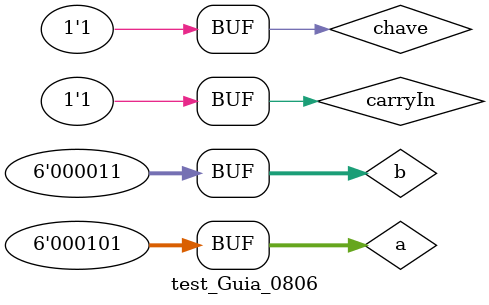
<source format=v>

module fullAdder ( output s1,
                   output s0,
                   input a,
                   input b,
                   input carryIn );

    wire w1, w2, w3;

    // descrever por portas e/ou modulos
    xor XOR1(w1, a, b);
    xor XOR2(s0, w1, carryIn);

    and AND1(w2, a, b);
    and AND2(w3, w1, carryIn);
    
    or  OR1(s1, w2, w3);
endmodule // fullAdder

// -------------------------
// Complemento de 1 
// -------------------------
module complemento1 (
    output [5:0] s,   // Saída com o complemento de 1
    input [5:0] cin,     
    input sel           // Seletor (0 = in, 1 = ~cin)
);
    assign s = sel ? ~cin : cin + 1;   //soma 1 para complemento de 2
endmodule

// -------------------------
// Somador Algebrico (Soma/Subtração)
// -------------------------
module somador_algebrico (
    output [5:0] s,   
    output carryOut,       
    input [5:0] a,         
    input [5:0] b,         
    input carryIn          // Selecao (0 = soma, 1 = subtracao)
);
    wire [5:0] b_comp;     // B apos complemento (se subtracao)
    wire c0, c1, c2, c3, c4;
    // Complemento de 1 condicionado pelo carryIn
    complemento1 comp1 (b_comp, b, carryIn);

    // Somadores completos para cada bit
    fullAdder FA0 (c0, s[0], a[0], b_comp[0], carryIn);
    fullAdder FA1 (c1, s[1], a[1], b_comp[1], c0);
    fullAdder FA2 (c2, s[2], a[2], b_comp[2], c1);
    fullAdder FA3 (c3, s[3], a[3], b_comp[3], c2);
    fullAdder FA4 (c4, s[4], a[4], b_comp[4], c3);
    fullAdder FA5 (carryOut, s[5], a[5], b_comp[5], c4);
endmodule

// -------------------------
// Comparador de Igualdade
// -------------------------
module comparador_igualdade (
    output equal,        
    input [5:0] a,       
    input [5:0] b        
);
    assign equal = (a == b);  // Verifica se A e B sao iguais
endmodule

// -------------------------
// Modulo para resultado
// -------------------------
module Guia_0806 (
    output [5:0] s,   
    output equal,         
    output not_equal,     
    input [5:0] a,        
    input [5:0] b,         
    input carryIn,        
    input chave            // chave para selecionar resultado (igualdade/desigualdade)
);
    wire [5:0] soma_sub;   // resultado da operação aritmetica
    wire igualdade;        // sinal de igualdade

    // somador algebrico
    somador_algebrico sa (soma_sub, carryOut , a, b, carryIn);

    // comparador de igualdade
    comparador_igualdade comp (igualdade, a, b);

    // Saida final com base na chave 
    assign s = chave ? {5'b00000, igualdade} : soma_sub;
    assign equal = igualdade;
    assign not_equal = ~igualdade;
endmodule

// -------------------------
// modulo de Teste
// -------------------------
module test_Guia_0806;
    // ------------------------- definir dados
    reg [5:0] a;
    reg [5:0] b;
    reg carryIn; //vai-um
    reg chave;  //seletor para igualdade/desigualdade
    wire [5:0] result;
    wire equal; //igualdade
    wire not_equal;  //desigualdade

    // Instancia do modulo principal
    Guia_0806 guia (result, equal, not_equal, a, b, carryIn, chave);

    // ------------------------- parte principal
    initial begin
    $display("Guia_0806 - Rayssa Mell de Souza Silva - 860210");
    $display("Test LU's");
    $monitor("a=%b, b=%b, carryIn=%b, chave=%b -> result=%b, equal=%b, not_equal=%b", a, b, carryIn, chave, result, equal, not_equal);

    // Casos de teste
    a = 6'b000101; b = 6'b000011; carryIn = 0; chave = 0;    // Soma
    #1 a = 6'b000101; b = 6'b000011; carryIn = 1; chave = 0;  // Subtracao
    #1 a = 6'b000101; b = 6'b000101; carryIn = 0; chave = 1; // Igualdade
    #1 a = 6'b000101; b = 6'b000011; carryIn = 1; chave = 1; // Desigualdade
    end
endmodule

/* Registro de Resultado:

Guia_0806 - Rayssa Mell de Souza Silva - 860210
Test LU's
a=000101, b=000011, carryIn=0, chave=0 -> result=001001, equal=0, not_equal=1
a=000101, b=000011, carryIn=1, chave=0 -> result=000010, equal=0, not_equal=1
a=000101, b=000101, carryIn=0, chave=1 -> result=000001, equal=1, not_equal=0
a=000101, b=000011, carryIn=1, chave=1 -> result=000000, equal=0, not_equal=1

*/
</source>
